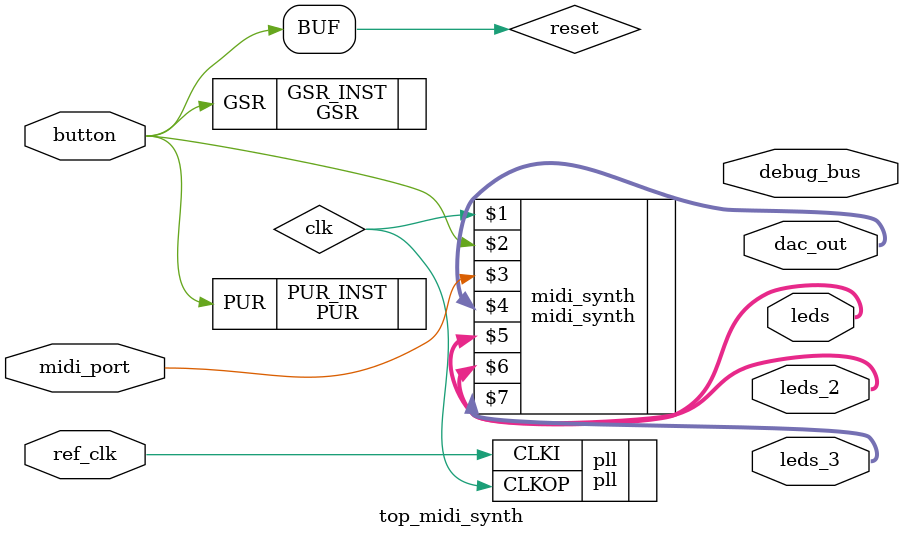
<source format=v>

module top_midi_synth(
	input wire ref_clk,
	input wire button,
	input wire midi_port,
	
	output wire [15:0] debug_bus,
	
	output wire [15:0] dac_out,
	output wire [7:0] leds,
	output wire [7:0] leds_2,
	output wire [7:0] leds_3
	);
	
	wire reset;
	assign reset = button;	
	
	GSR GSR_INST (.GSR (reset));
	PUR PUR_INST (.PUR (reset));
	


	
	
	//PLL
	wire clk;
	pll pll (.CLKI(ref_clk), .CLKOP(clk));
	
	
	midi_synth midi_synth(
	clk,
	reset,
	midi_port,
	
	dac_out,
	leds,
	leds_2,
	leds_3
	);
	
	//assign debug_bus[0] = clk;
	//assign debug_bus[16:1] = dac_out;
	
		
		


	
	
endmodule

	
</source>
